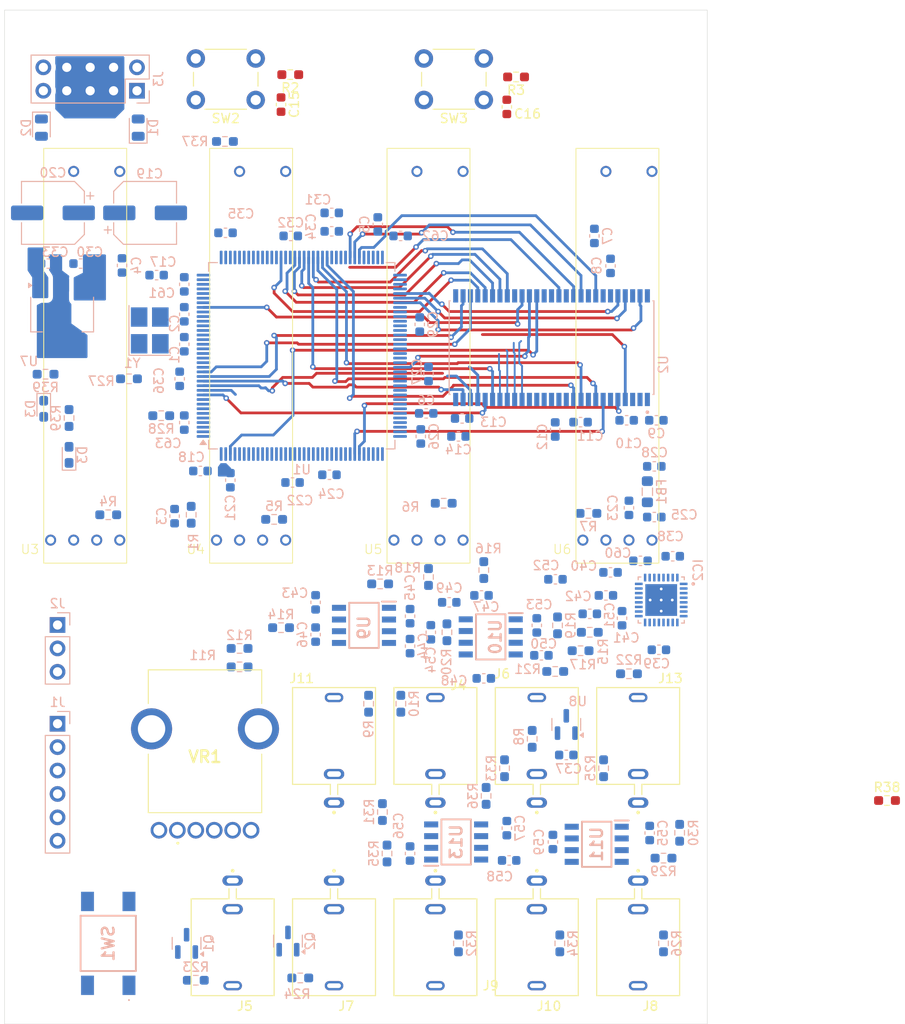
<source format=kicad_pcb>
(kicad_pcb (version 20240108) (generator "pcbnew") (generator_version "8.0")
  (layers (0 "F.Cu" signal) (1 "In1.Cu" power "GND") (2 "In2.Cu" power "PWR") (31 "B.Cu" signal) (34 "B.Paste" user) (35 "F.Paste" user) (36 "B.SilkS" user "B.Silkscreen") (37 "F.SilkS" user "F.Silkscreen") (38 "B.Mask" user) (39 "F.Mask" user) (44 "Edge.Cuts" user))
  (net 0 "")
  (net 1 "GND")
  (net 2 "+12V")
  (net 3 "+3.3V")
  (net 4 "Net-(Q1-B)")
  (net 5 "/GATE1_IN")
  (net 6 "/GATE2_IN")
  (net 7 "Net-(Q2-B)")
  (net 9 "/CV2_IN")
  (net 11 "/FMC_D15")
  (net 12 "/FMC_D13")
  (net 13 "/FMC_D4")
  (net 18 "Net-(C6-Pad2)")
  (net 19 "/I2S1_CK")
  (net 25 "/FADER1_IN")
  (net 26 "/FADER2_IN")
  (net 28 "/FMC_D8")
  (net 30 "/FADER4_IN")
  (net 31 "/I2S1_SDO")
  (net 32 "/I2C1_SCL")
  (net 34 "/FMC_NBL0")
  (net 35 "/FMC_D1")
  (net 36 "/FMC_A7")
  (net 37 "/FMC_SDNE0")
  (net 38 "Net-(U1-PH0)")
  (net 39 "/NRST")
  (net 41 "/FMC_D12")
  (net 42 "/FMC_A4")
  (net 43 "/FMC_D14")
  (net 44 "/FMC_BA1")
  (net 45 "/I2S1_MCK")
  (net 46 "/FADER3_IN")
  (net 47 "/BUTTON1_IN")
  (net 48 "/FAD_LED2_OUT")
  (net 49 "/FMC_A3")
  (net 50 "/UART4_TX")
  (net 52 "/BUTTON2_IN")
  (net 53 "/FMC_SDNRAS")
  (net 54 "/FMC_SDCKE0")
  (net 56 "/FMC_A11")
  (net 60 "/FMC_BA0")
  (net 62 "/FMC_D11")
  (net 63 "/I2S1_SDI")
  (net 65 "/FMC_D6")
  (net 66 "Net-(U1-BOOT0)")
  (net 67 "Net-(C5-Pad2)")
  (net 68 "+3.3VA")
  (net 70 "-12V")
  (net 72 "/FAD_LED3_OUT")
  (net 74 "/FMC_A5")
  (net 75 "/FMC_A9")
  (net 76 "/FMC_A0")
  (net 77 "/CV1_IN")
  (net 78 "/FMC_NBL1")
  (net 79 "/SWDIO")
  (net 80 "/UART4_RX")
  (net 84 "/FMC_D9")
  (net 85 "/FMC_A1")
  (net 88 "/FAD_LED4_OUT")
  (net 92 "/FMC_D2")
  (net 93 "/V_OCT_IN")
  (net 94 "/FMC_SDCLK")
  (net 95 "/I2S1_WS")
  (net 97 "/FMC_SDNCAS")
  (net 100 "/FMC_D0")
  (net 102 "/FMC_SDNWE")
  (net 104 "Net-(IC2-DVDD)")
  (net 105 "/FAD_LED1_OUT")
  (net 106 "/FMC_A10")
  (net 109 "/SWCLK")
  (net 112 "/FMC_D10")
  (net 115 "/I2C1_SDA")
  (net 117 "Net-(U1-PH1)")
  (net 118 "/FMC_A6")
  (net 120 "/FMC_A2")
  (net 121 "/FMC_D7")
  (net 122 "/FMC_D3")
  (net 123 "/FMC_D5")
  (net 124 "/FMC_A8")
  (net 129 "Net-(U3B-A)")
  (net 130 "Net-(IC2-IN2_L)")
  (net 132 "Net-(U4B-A)")
  (net 134 "Net-(U5B-A)")
  (net 136 "Net-(U6B-A)")
  (net 138 "AREF-10")
  (net 139 "Net-(IC2-AVDD)")
  (net 140 "CODECREF")
  (net 141 "Net-(IC2-IN3_L)")
  (net 142 "Net-(C45-Pad1)")
  (net 143 "Net-(U9A--)")
  (net 144 "Net-(C46-Pad1)")
  (net 145 "Net-(U9B--)")
  (net 146 "/Audio Codec/Input Output Channels/INR")
  (net 147 "/Audio Codec/Input Output Channels/INL")
  (net 148 "Net-(C51-Pad1)")
  (net 149 "/Audio Codec/Input Output Channels/OUTL")
  (net 150 "Net-(C52-Pad1)")
  (net 151 "/Audio Codec/Input Output Channels/OUTR")
  (net 152 "Net-(U10A--)")
  (net 153 "Net-(C53-Pad1)")
  (net 154 "Net-(C54-Pad1)")
  (net 155 "Net-(U10B--)")
  (net 156 "Net-(U11A--)")
  (net 157 "Net-(U13A--)")
  (net 158 "Net-(U13B--)")
  (net 159 "Net-(D1-A)")
  (net 160 "Net-(D2-K)")
  (net 166 "/SWO")
  (net 167 "Net-(J5-PadT)")
  (net 168 "Net-(R11-Pad2)")
  (net 169 "Net-(R12-Pad2)")
  (net 170 "Net-(J6-PadT)")
  (net 171 "Net-(J7-PadT)")
  (net 172 "Net-(J9-PadT)")
  (net 173 "Net-(J10-PadT)")
  (net 174 "Net-(J8-PadT)")
  (net 175 "Net-(J11-PadT)")
  (net 176 "Net-(J13-PadT)")
  (net 177 "Net-(U11B--)")
  (net 180 "Net-(J11-PadTN)")
  (net 189 "Net-(D3-A)")
  (net 190 "Net-(D3-K)")
  (net 191 "gnd")
  (footprint "Resistor_SMD:R_0603_1608Metric_Pad0.98x0.95mm_HandSolder" (layer "F.Cu") (at 257.5 121.25)
    (property "Reference" "R38")
    (property "Value" "100k")
  )
  (footprint "Eurorack:PTL30-15R1-103B2" (layer "F.Cu") (at 188.5 93 90)
    (property "Reference" "U4")
    (property "Value" "10k")
  )
  (footprint "Eurorack:PTL30-15R1-103B2" (layer "F.Cu") (at 228.25 93 90)
    (property "Reference" "U6")
    (property "Value" "10k")
  )
  (footprint "Capacitor_SMD:C_0603_1608Metric" (layer "F.Cu") (at 191.75 45.75 -90)
    (property "Reference" "C15")
    (property "Value" "100n")
  )
  (footprint "Eurorack:THONK_PJ398SM-12" (layer "F.Cu") (at 208.5 136.42 180)
    (property "Reference" "J9")
    (property "Value" "V/OCT_IN")
  )
  (footprint "Capacitor_SMD:C_0603_1608Metric" (layer "F.Cu") (at 216.25 46 -90)
    (property "Reference" "C16")
    (property "Value" "100n")
  )
  (footprint "Button_Switch_THT:SW_PUSH_6mm_H13mm" (layer "F.Cu") (at 213.75 45.25 180)
    (property "Reference" "SW3")
    (property "Value" "SW_Push")
  )
  (footprint "Eurorack:PTV1124420AB503" (layer "F.Cu") (at 180.5 124.475)
    (property "Reference" "VR1")
    (property "Value" "PTV112-4420A-B503" (hide yes))
  )
  (footprint "Eurorack:PTL30-15R1-103B2" (layer "F.Cu") (at 170.5 93 90)
    (property "Reference" "U3")
    (property "Value" "10k")
  )
  (footprint "Resistor_SMD:R_0603_1608Metric_Pad0.98x0.95mm_HandSolder" (layer "F.Cu") (at 192.75 42.5 180)
    (property "Reference" "R2")
    (property "Value" "10k")
  )
  (footprint "Eurorack:THONK_PJ398SM-12" (layer "F.Cu") (at 230.5 115)
    (property "Reference" "J13")
    (property "Value" "OutR")
  )
  (footprint "Eurorack:THONK_PJ398SM-12" (layer "F.Cu") (at 230.5 136.42 180)
    (property "Reference" "J8")
    (property "Value" "CV2_IN")
  )
  (footprint "Eurorack:THONK_PJ398SM-12" (layer "F.Cu") (at 208.5 115)
    (property "Reference" "J4")
    (property "Value" "InR")
  )
  (footprint "Resistor_SMD:R_0603_1608Metric_Pad0.98x0.95mm_HandSolder" (layer "F.Cu") (at 217.25 42.75 180)
    (property "Reference" "R3")
    (property "Value" "10k")
  )
  (footprint "Eurorack:THONK_PJ398SM-12" (layer "F.Cu") (at 186.5 136.42 180)
    (property "Reference" "J5")
    (property "Value" "GATE1_IN")
  )
  (footprint "Eurorack:THONK_PJ398SM-12" (layer "F.Cu") (at 197.5 115)
    (property "Reference" "J11")
    (property "Value" "InL")
  )
  (footprint "Eurorack:THONK_PJ398SM-12" (layer "F.Cu") (at 197.5 136.42 180)
    (property "Reference" "J7")
    (property "Value" "GATE2_IN")
  )
  (footprint "Eurorack:PTL30-15R1-103B2" (layer "F.Cu") (at 207.75 93 90)
    (property "Reference" "U5")
    (property "Value" "10k")
  )
  (footprint "Button_Switch_THT:SW_PUSH_6mm_H13mm" (layer "F.Cu") (at 189 45.25 180)
    (property "Reference" "SW2")
    (property "Value" "SW_Push")
  )
  (footprint "Eurorack:THONK_PJ398SM-12" (layer "F.Cu") (at 219.5 136.42 180)
    (property "Reference" "J10")
    (property "Value" "CV1_IN")
  )
  (footprint "Eurorack:THONK_PJ398SM-12" (layer "F.Cu") (at 219.5 115)
    (property "Reference" "J6")
    (property "Value" "OutL")
  )
  (footprint "Capacitor_SMD:C_0603_1608Metric" (layer "B.Cu") (at 216.5 127.75 180)
    (property "Reference" "C58")
    (property "Value" "100n")
  )
  (footprint "Resistor_SMD:R_0603_1608Metric_Pad0.98x0.95mm_HandSolder" (layer "B.Cu") (at 182.5 140.75 180)
    (property "Reference" "R23")
    (property "Value" "100k")
  )
  (footprint "Capacitor_SMD:C_0603_1608Metric" (layer "B.Cu") (at 225.75 60 90)
    (property "Reference" "C7")
    (property "Value" "2.2u")
  )
  (footprint "Capacitor_SMD:C_0603_1608Metric" (layer "B.Cu") (at 207.5 79.25 180)
    (property "Reference" "C6")
    (property "Value" "100n")
  )
  (footprint "Resistor_SMD:R_0603_1608Metric_Pad0.98x0.95mm_HandSolder" (layer "B.Cu") (at 222 136.75 90)
    (property "Reference" "R34")
    (property "Value" "100k")
  )
  (footprint "Connector_PinHeader_2.54mm:PinHeader_1x03_P2.54mm_Vertical" (layer "B.Cu") (at 167.5 102.21 180)
    (property "Reference" "J2")
    (property "Value" "Conn_01x03_Pin")
  )
  (footprint "Resistor_SMD:R_0603_1608Metric_Pad0.98x0.95mm_HandSolder" (layer "B.Cu") (at 185.6625 49.75 180)
    (property "Reference" "R37")
    (property "Value" "100k")
  )
  (footprint "Capacitor_SMD:C_0603_1608Metric" (layer "B.Cu") (at 227.5 63.25 90)
    (property "Reference" "C8")
    (property "Value" "100n")
  )
  (footprint "Resistor_SMD:R_0603_1608Metric_Pad0.98x0.95mm_HandSolder" (layer "B.Cu") (at 166.2 75)
    (property "Reference" "R39")
    (property "Value" "150")
  )
  (footprint "Capacitor_SMD:C_0603_1608Metric" (layer "B.Cu") (at 230.75 95.25 180)
    (property "Reference" "C60")
    (property "Value" "100n")
  )
  (footprint "Resistor_SMD:R_0603_1608Metric_Pad0.98x0.95mm_HandSolder" (layer "B.Cu") (at 233.25 136.75 90)
    (property "Reference" "R26")
    (property "Value" "100k")
  )
  (footprint "Resistor_SMD:R_0603_1608Metric_Pad0.98x0.95mm_HandSolder" (layer "B.Cu") (at 226.75 117.75 -90)
    (property "Reference" "R25")
    (property "Value" "200k")
  )
  (footprint "Capacitor_SMD:C_0603_1608Metric" (layer "B.Cu") (at 181.25 71.75 -90)
    (property "Reference" "C1")
    (property "Value" "22p")
  )
  (footprint "Eurorack:LMV722IDR" (layer "B.Cu") (at 210.75 125.75)
    (property "Reference" "U13")
    (property "Value" "LMV722IDR" (hide yes))
  )
  (footprint "Capacitor_SMD:C_0603_1608Metric" (layer "B.Cu") (at 208 103 -90)
    (property "Reference" "C54")
    (property "Value" "220p")
  )
  (footprint "Resistor_SMD:R_0603_1608Metric_Pad0.98x0.95mm_HandSolder" (layer "B.Cu") (at 233.25 127.5)
    (property "Reference" "R29")
    (property "Value" "33k")
  )
  (footprint "Capacitor_SMD:C_0603_1608Metric" (layer "B.Cu") (at 180.75 75.5 -90)
    (property "Reference" "C36")
    (property "Value" "100n")
  )
  (footprint "Capacitor_SMD:C_0603_1608Metric" (layer "B.Cu") (at 234.25 94.75 180)
    (property "Reference" "C38")
    (property "Value" "10u")
  )
  (footprint "Capacitor_SMD:C_0603_1608Metric" (layer "B.Cu") (at 207.75 74.975 90)
    (property "Reference" "C27")
    (property "Value" "100n")
  )
  (footprint "Capacitor_SMD:C_0603_1608Metric" (layer "B.Cu") (at 232.25 90.5)
    (property "Reference" "C25")
    (property "Value" "1u")
  )
  (footprint "Capacitor_SMD:C_0603_1608Metric" (layer "B.Cu") (at 181.25 80.25 -90)
    (property "Reference" "C63")
    (property "Value" "100n")
  )
  (footprint "Capacitor_SMD:C_0603_1608Metric" (layer "B.Cu") (at 180.2 90.4 90)
    (property "Reference" "C3")
    (property "Value" "100n")
  )
  (footprint "Eurorack:LMV722IDR" (layer "B.Cu") (at 226 126 180)
    (property "Reference" "U11")
    (property "Value" "LMV722IDR" (hide yes))
  )
  (footprint "Resistor_SMD:R_0603_1608Metric_Pad0.98x0.95mm_HandSolder" (layer "B.Cu") (at 173 90.25 180)
    (property "Reference" "R4")
    (property "Value" "75")
  )
  (footprint "Capacitor_SMD:C_0603_1608Metric" (layer "B.Cu") (at 181.25 65.25 -90)
    (property "Reference" "C61")
    (property "Value" "100n")
  )
  (footprint "Capacitor_SMD:C_0603_1608Metric" (layer "B.Cu") (at 170 63 180)
    (property "Reference" "C30")
    (property "Value" "10u")
  )
  (footprint "Resistor_SMD:R_0603_1608Metric_Pad0.98x0.95mm_HandSolder" (layer "B.Cu") (at 209.75 103 90)
    (property "Reference" "R20")
    (property "Value" "47k")
  )
  (footprint "Capacitor_SMD:C_0603_1608Metric" (layer "B.Cu") (at 195.5 99.75 -90)
    (property "Reference" "C43")
    (property "Value" "100n")
  )
  (footprint "Eurorack:IS45S16800F-7TLA2" (layer "B.Cu") (at 221.1 72.12 90)
    (property "Reference" "U2")
    (property "Value" "IS45S16800F-7TLA2")
  )
  (footprint "Resistor_SMD:R_0603_1608Metric_Pad0.98x0.95mm_HandSolder" (layer "B.Cu") (at 187.25 106.75 180)
    (property "Reference" "R11")
    (property "Value" "3.3k")
  )
  (footprint "Capacitor_SMD:C_0603_1608Metric" (layer "B.Cu") (at 229.5 89.5 90)
    (property "Reference" "C23")
    (property "Value" "10n")
  )
  (footprint "Resistor_SMD:R_0603_1608Metric_Pad0.98x0.95mm_HandSolder" (layer "B.Cu") (at 213.75 96.25 -90)
    (property "Reference" "R16")
    (property "Value" "47k")
  )
  (footprint "Capacitor_SMD:C_0603_1608Metric" (layer "B.Cu") (at 213.75 108)
    (property "Reference" "C48")
    (property "Value" "1u")
  )
  (footprint "Diode_SMD:D_0805_2012Metric" (layer "B.Cu") (at 165.75 48.25 -90)
    (property "Reference" "D2")
    (property "Value" "D")
  )
  (footprint "Capacitor_SMD:C_0603_1608Metric" (layer "B.Cu") (at 232.25 85)
    (property "Reference" "C28")
    (property "Value" "1u")
  )
  (footprint "Capacitor_SMD:C_0603_1608Metric" (layer "B.Cu") (at 227 99)
    (property "Reference" "C42")
    (property "Value" "100n")
  )
  (footprint "Diode_SMD:D_0805_2012Metric" (layer "B.Cu") (at 176.25 48.25 90)
    (property "Reference" "D1")
    (property "Value" "D")
  )
  (footprint "Eurorack:NE5532DRG4" (layer "B.Cu") (at 214.5 103.5 180)
    (property "Reference" "U10")
    (property "Value" "NE5532DRG4" (hide yes))
  )
  (footprint "Eurorack:TS046643BK100SMT" (layer "B.Cu") (at 173 136.75 90)
    (property "Reference" "SW1")
    (property "Value" "SW_Push" (hide yes))
  )
  (footprint "Capacitor_SMD:CP_Elec_6.3x5.9" (layer "B.Cu") (at 177 57.5)
    (property "Reference" "C19")
    (property "Value" "47u")
  )
  (footprint "Capacitor_SMD:C_0603_1608Metric" (layer "B.Cu") (at 186.25 86.5 -90)
    (property "Reference" "C21")
    (property "Value" "100n")
  )
  (footprint "Eurorack:TLV320AIC3204IRHBR" (layer "B.Cu") (at 233 99.5 180)
    (property "Reference" "IC2")
    (property "Value" "TLV320AIC3204IRHBR")
  )
  (footprint "Capacitor_SMD:C_0603_1608Metric" (layer "B.Cu") (at 202.25 58.75 -90)
    (property "Reference" "C5")
    (property "Value" "100n")
  )
  (footprint "Resistor_SMD:R_0603_1608Metric_Pad0.98x0.95mm_HandSolder" (layer "B.Cu") (at 221.5 107.25 180)
    (property "Reference" "R21")
    (property "Value" "1k")
  )
  (footprint "Resistor_SMD:R_0603_1608Metric_Pad0.98x0.95mm_HandSolder" (layer "B.Cu") (at 235 124.75 -90)
    (property "Reference" "R30")
    (property "Value" "100k")
  )
  (footprint "Capacitor_SMD:C_0603_1608Metric" (layer "B.Cu") (at 206.9125 81.75 90)
    (property "Reference" "C26")
    (property "Value" "100n")
  )
  (footprint "Capacitor_SMD:C_0603_1608Metric" (layer "B.Cu") (at 178.25 64.25 180)
    (property "Reference" "C17")
    (property "Value" "4.7u")
  )
  (footprint "Capacitor_SMD:C_0603_1608Metric" (layer "B.Cu") (at 181.25 68.5 90)
    (property "Reference" "C2")
    (property "Value" "22p")
  )
  (footprint "Resistor_SMD:R_0603_1608Metric_Pad0.98x0.95mm_HandSolder" (layer "B.Cu") (at 202.75 122.5 -90)
    (property "Reference" "R31")
    (property "Value" "180k")
  )
  (footprint "Capacitor_SMD:C_0603_1608Metric" (layer "B.Cu") (at 225.25 101 180)
    (property "Reference" "C51")
    (property "Value" "10u")
  )
  (footprint "Eurorack:NE5532DRG4" (layer "B.Cu") (at 200.75 102.25 180)
    (property "Reference" "U9")
    (property "Value" "NE5532DRG4" (hide yes))
  )
  (footprint "Resistor_SMD:R_0603_1608Metric_Pad0.98x0.95mm_HandSolder" (layer "B.Cu") (at 221.75 102.25 90)
    (property "Reference" "R19")
    (property "Value" "47k")
  )
  (footprint "Package_TO_SOT_SMD:SOT-23" (layer "B.Cu") (at 222.7 113 90)
    (property "Reference" "U8")
    (property "Value" "LM4040DBZ-10")
  )
  (footprint "Resistor_SMD:R_0603_1608Metric_Pad0.98x0.95mm_HandSolder" (layer "B.Cu") (at 187.25 104.75 180)
    (property "Reference" "R12")
    (property "Value" "3.3k")
  )
  (footprint "Resistor_SMD:R_0603_1608Metric_Pad0.98x0.95mm_HandSolder" (layer "B.Cu") (at 207.75 97 -90)
    (property "Reference" "R18")
    (property "Value" "3.3k")
  )
  (footprint "Capacitor_SMD:C_0603_1608Metric" (layer "B.Cu") (at 221.5 81 -90)
    (property "Reference" "C12")
    (property "Value" "100n")
  )
  (footprint "Resistor_SMD:R_0603_1608Metric_Pad0.98x0.95mm_HandSolder" (layer "B.Cu") (at 225.1 90.1)
    (property "Reference" "R7")
    (property "Value" "75")
  )
  (footprint "Resistor_SMD:R_0603_1608Metric_Pad0.98x0.95mm_HandSolder" (layer "B.Cu") (at 216 117.75 -90)
    (property "Reference" "R33")
    (property "Value" "200k")
  )
  (footprint "Resistor_SMD:R_0603_1608Metric_Pad0.98x0.95mm_HandSolder" (layer "B.Cu") (at 191 90.75 180)
    (property "Reference" "R5")
    (property "Value" "75")
  )
  (footprint "Resistor_SMD:R_0603_1608Metric_Pad0.98x0.95mm_HandSolder" (layer "B.Cu") (at 182 90.25 90)
    (property "Reference" "R1")
    (property "Value" "10k")
  )
  (footprint "Resistor_SMD:R_0603_1608Metric_Pad0.98x0.95mm_HandSolder" (layer "B.Cu") (at 225.25 103)
    (property "Reference" "R15")
    (property "Value" "47k")
  )
  (footprint "Capacitor_SMD:C_0603_1608Metric" (layer "B.Cu") (at 231.75 124.775 90)
    (property "Reference" "C55")
    (property "Value" "1n")
  )
  (footprint "Capacitor_SMD:C_0603_1608Metric" (layer "B.Cu") (at 227.5 96.5)
    (property "Reference" "C40")
    (property "Value" "10u")
  )
  (footprint "Capacitor_SMD:C_0603_1608Metric" (layer "B.Cu") (at 205.75 101.25 -90)
    (property "Reference" "C45")
    (property "Value" "1n")
  )
  (footprint "Capacitor_SMD:C_0603_1608Metric" (layer "B.Cu") (at 232.475 80)
    (property "Reference" "C9")
    (property "Value" "100n")
  )
  (footprint "Capacitor_SMD:C_0603_1608Metric" (layer "B.Cu") (at 220 105.5)
    (property "Reference" "C50")
    (property "Value" "100n")
  )
  (footprint "Resistor_SMD:R_0603_1608Metric_Pad0.98x0.95mm_HandSolder" (layer "B.Cu") (at 175.25 75.5 180)
    (property "Reference" "R27")
    (property "Value" "10k")
  )
  (footprint "Resistor_SMD:R_0603_1608Metric_Pad0.98x0.95mm_HandSolder" (layer "B.Cu") (at 201.25 110.75 90)
    (property "Reference" "R9")
    (property "Value" "22k")
  )
  (footprint "Capacitor_SMD:C_0603_1608Metric" (layer "B.Cu") (at 205.75 104.5 90)
    (property "Reference" "C44")
    (property "Value" "100n")
  )
  (footprint "Capacitor_SMD:C_0603_1608Metric" (layer "B.Cu") (at 221.525 97.25)
    (property "Reference" "C52")
    (property "Value" "10u")
  )
  (footprint "LED_SMD:LED_0603_1608Metric_Pad1.05x0.95mm_HandSolder" (layer "B.Cu") (at 166 78.75 -90)
    (property "Reference" "D3")
    (property "Value" "PWR_LED")
  )
  (footprint "Capacitor_SMD:C_0603_1608Metric" (layer "B.Cu") (at 185.725 59.6625 180)
    (property "Reference" "C35")
    (property "Value" "100n")
  )
  (footprint "Resistor_SMD:R_0603_1608Metric_Pad0.98x0.95mm_HandSolder" (layer "B.Cu") (at 178.75 79.5)
    (property "Reference" "R28")
    (property "Value" "10k")
  )
  (footprint "Resistor_SMD:R_0603_1608Metric_Pad0.98x0.95mm_HandSolder" (layer "B.Cu") (at 224.25 105 180)
    (property "Reference" "R17")
    (property "Value" "3.3k")
  )
  (footprint "Resistor_SMD:R_0603_1608Metric_Pad0.98x0.95mm_HandSolder" (layer "B.Cu") (at 209.4 89)
    (property "Reference" "R6")
    (property "Value" "75")
  )
  (footprint "Capacitor_SMD:C_0603_1608Metric" (layer "B.Cu") (at 197.25 57.5 180)
    (property "Reference" "C31")
    (property "Value" "100n")
  )
  (footprint "Connector_PinHeader_2.54mm:PinHeader_1x06_P2.54mm_Vertical" (layer "B.Cu") (at 167.5 112.92 180)
    (property "Reference" "J1")
    (property "Value" "Conn_01x06_Pin")
  )
  (footprint "Capacitor_SMD:C_0603_1608Metric" (layer "B.Cu") (at 197 85.9125)
    (property "Reference" "C24")
    (property "Value" "100n")
  )
  (footprint "Capacitor_SMD:C_0603_1608Metric" (layer "B.Cu") (at 213.5 99)
    (property "Reference" "C47")
    (property "Value" "1u")
  )
  (footprint "Resistor_SMD:R_0603_1608Metric_Pad0.98x0.95mm_HandSolder" (layer "B.Cu") (at 219 114.5625 -90)
    (property "Reference" "R8")
    (property "Value" "470")
  )
  (footprint "Package_QFP:LQFP-144_20x20mm_P0.5mm" (layer "B.Cu") (at 194 73)
    (property "Reference" "U1")
    (property "Value" "STM32H7B0ZBTx")
  )
  (footprint "Capacitor_SMD:C_0603_1608Metric" (layer "B.Cu") (at 232.75 104.9)
    (property "Reference" "C39")
    (property "Value" "100n")
  )
  (footprint "Capacitor_SMD:C_0603_1608Metric" (layer "B.Cu") (at 211 81.75)
    (property "Reference" "C14")
    (property "Value" "2.2u")
  )
  (footprint "Package_TO_SOT_SMD:SOT-23" (layer "B.Cu") (at 181.5 136.75 90)
    (property "Reference" "Q1")
    (property "Value" "MMBT3904")
  )
  (footprint "Capacitor_SMD:C_0603_1608Metric" (layer "B.Cu") (at 228.75 101.475 90)
    (property "Reference" "C41")
    (property "Value" "10u")
  )
  (footprint "Capacitor_SMD:C_0603_1608Metric" (layer "B.Cu") (at 210 99.75 180)
    (property "Reference" "C49")
    (property "Value" "100n")
  )
  (footprint "Package_TO_SOT_SMD:SOT-223-3_TabPin2" (layer "B.Cu") (at 168 68.5 -90)
    (property "Reference" "U7")
    (property "Value" "LM1117MP-3.3")
  )
  (footprint "Resistor_SMD:R_0603_1608Metric_Pad0.98x0.95mm_HandSolder" (layer "B.Cu") (at 193.8375 140.5 180)
    (property "Reference" "R24")
    (property "Value" "100k")
  )
  (footprint "Capacitor_SMD:C_0603_1608Metric" (layer "B.Cu") (at 206.8 69.6 90)
    (property "Reference" "C29")
    (property "Value" "100n")
  )
  (footprint "Capacitor_SMD:C_0603_1608Metric" (layer "B.Cu") (at 222.7 116.3125)
    (property "Reference" "C37")
    (property "Value" "100n")
  )
  (footprint "Package_TO_SOT_SMD:SOT-23" (layer "B.Cu") (at 192.5 136.5 90)
    (property "Reference" "Q2")
    (property "Value" "MMBT3904")
  )
  (footprint "Capacitor_SMD:C_0603_1608Metric" (layer "B.Cu") (at 216.25 124.25 90)
    (property "Reference" "C57")
    (property "Value" "1n")
  )
  (footprint "Resistor_SMD:R_0603_1608Metric_Pad0.98x0.95mm_HandSolder" (layer "B.Cu") (at 203.25 127 -90)
    (property "Reference" "R35")
    (property "Value" "47k")
  )
  (footprint "Capacitor_SMD:C_0603_1608Metric" (layer "B.Cu") (at 192.8 60 180)
    (property "Reference" "C32")
    (property "Value" "100n")
  )
  (footprint "Crystal:Crystal_SMD_3225-4Pin_3.2x2.5mm_HandSoldering" (layer "B.Cu") (at 177.5 70.25 90)
    (property "Reference" "Y1")
    (property "Value" "WE-XTAL 24.0MHz 50ppm")
  )
  (footprint "Capacitor_SMD:C_0603_1608Metric" (layer "B.Cu") (at 197.25 59.5 180)
    (property "Reference" "C34")
    (property "Value" "100n")
  )
  (footprint "Resistor_SMD:R_0603_1608Metric_Pad0.98x0.95mm_HandSolder" (layer "B.Cu") (at 229.5 107.5)
    (property "Reference" "R22")
    (property "Value" "1k")
  )
  (footprint "Capacitor_SMD:C_0603_1608Metric" (layer "B.Cu") (at 193 86.75)
    (property "Reference" "C22")
    (property "Value" "100n")
  )
  (footprint "Capacitor_SMD:C_0603_1608Metric" (layer "B.Cu") (at 195.5 103.25 -90)
    (property "Reference" "C46")
    (property "Value" "1n")
  )
  (footprint "Capacitor_SMD:C_0603_1608Metric" (layer "B.Cu") (at 219.5 102.25 -90)
    (property "Reference" "C53")
    (property "Value" "220p")
  )
  (footprint "Capacitor_SMD:CP_Elec_6.3x5.9" (layer "B.Cu") (at 167 57.5 180)
    (property "Reference" "C20")
    (property "Value" "47u")
  )
  (footprint "Resistor_SMD:R_0603_1608Metric_Pad0.98x0.95mm_HandSolder" (layer "B.Cu") (at 214 120.75 -90)
    (property "Reference" "R36")
    (property "Value" "33k")
  )
  (footprint "Resistor_SMD:R_0603_1608Metric_Pad0.98x0.95mm_HandSolder" (layer "B.Cu") (at 191.75 102.5 180)
    (property "Reference" "R14")
    (property "Value" "1k")
  )
  (footprint "Capacitor_SMD:C_0603_1608Metric" (layer "B.Cu") (at 204.725 60)
    (property "Reference" "C62")
    (property "Value" "100n")
  )
  (footprint "Capacitor_SMD:C_0603_1608Metric" (layer "B.Cu") (at 211.4 79.8)
    (property "Reference" "C13")
    (property "Value" "100n")
  )
  (footprint "Inductor_SMD:L_0805_2012Metric_Pad1.05x1.20mm_HandSolder" (layer "B.Cu") (at 231.5 87.75 90)
    (property "Reference" "FB1")
    (property "Value" "120R")
  )
  (footprint "LED_SMD:LED_0603_1608Metric_Pad1.05x0.95mm_HandSolder" (layer "B.Cu") (at 168.75 83.75 90)
    (property "Reference" "D3")
    (property "Value" "PWR_LED")
  )
  (footprint "Capacitor_SMD:C_0603_1608Metric" (layer "B.Cu") (at 229.25 80 180)
    (property "Reference" "C10")
    (property "Value" "100n" (hide yes))
  )
  (footprint "Capacitor_SMD:C_0603_1608Metric" (layer "B.Cu") (at 205.75 127 -90)
    (property "Reference" "C56")
    (property "Value" "1n")
  )
  (footprint "Capacitor_SMD:C_0603_1608Metric" (layer "B.Cu") (at 224.25 80.2 180)
    (property "Reference" "C11")
    (property "Value" "100n")
  )
  (footprint "Capacitor_SMD:C_0603_1608Metric" (layer "B.Cu") (at 221.25 125.75 90)
    (property "Reference" "C59")
    (property "Value" "100n")
  )
  (footprint "Capacitor_SMD:C_0603_1608Metric" (layer "B.Cu") (at 174.5 63.2 90)
    (property "Reference" "C4")
    (property "Value" "100n")
  )
  (footprint "Resistor_SMD:R_0603_1608Metric_Pad0.98x0.95mm_HandSolder" (layer "B.Cu") (at 168.75 79.75 -90)
    (property "Reference" "R39")
    (property "Value" "150")
  )
  (footprint "Capacitor_SMD:C_0603_1608Metric" (layer "B.Cu") (at 183 85.5 180)
    (property "Reference" "C18")
    (property "Value" "100n")
  )
  (footprint "Resistor_SMD:R_0603_1608Metric_Pad0.98x0.95mm_HandSolder" (layer "B.Cu") (at 204.75 110.75 90)
    (property "Reference" "R10")
    (property "Value" "22k")
  )
  (footprint "Eurorack:PinHeader_2x05_P2.54mm_BHR-10-VUA" (layer "B.Cu") (at 176.12 44.25 90)
    (property "Reference" "J3")
    (property "Value" "Conn_02x05_Odd_Even")
  )
  (footprint "Capacitor_SMD:C_0603_1608Metric" (layer "B.Cu") (at 166.5 63 180)
    (property "Reference" "C33")
    (property "Value" "10u")
  )
  (footprint "Resistor_SMD:R_0603_1608Metric_Pad0.98x0.95mm_HandSolder" (layer "B.Cu") (at 202.5 97.75 180)
    (property "Reference" "R13")
    (property "Value" "1k")
  )
  (footprint "Resistor_SMD:R_0603_1608Metric_Pad0.98x0.95mm_HandSolder" (layer "B.Cu") (at 211 136.75 90)
    (property "Reference" "R32")
    (property "Value" "100k")
  )
  (gr_poly (pts (xy 185.25 84.75) (xy 185.75 84.75) (xy 186.25 85.25) (xy 186.25 86) (xy 185 86) (xy 185 85.5) (xy 185 85.1)) (stroke (width 0.2)) (fill solid) (layer "B.Cu") (net 3))
  (gr_rect (start 161.75 35.5) (end 238 145.5) (stroke (width 0.05)) (fill none) (layer "Edge.Cuts"))
  (segment (start 208.85 70.2) (end 229.8 70.2) (width 0.3) (layer "F.Cu") (net 11))
  (segment (start 229.8 70.2) (end 230 70) (width 0.3) (layer "F.Cu") (net 11))
  (segment (start 208.8 70.15) (end 208.85 70.2) (width 0.3) (layer "F.Cu") (net 11))
  (via (at 208.8 70.15) (size 0.6) (drill 0.3) (layers "F.Cu" "B.Cu") (net 11))
  (via (at 230 70) (size 0.6) (drill 0.3) (layers "F.Cu" "B.Cu") (net 11))
  (segment (start 206.85 67.25) (end 204.6625 67.25) (width 0.3) (layer "B.Cu") (net 11))
  (segment (start 230.7 67.52) (end 230.7 66.5) (width 0.3) (layer "B.Cu") (net 11))
  (segment (start 230.8 69.2) (end 230.8 67.62) (width 0.3) (layer "B.Cu") (net 11))
  (segment (start 230 70) (end 230.8 69.2) (width 0.3) (layer "B.Cu") (net 11))
  (segment (start 208.8 70.15) (end 208.8 69.2) (width 0.3) (layer "B.Cu") (net 11))
  (segment (start 208.8 69.2) (end 206.85 67.25) (width 0.3) (layer "B.Cu") (net 11))
  (segment (start 230.8 67.62) (end 230.7 67.52) (width 0.3) (layer "B.Cu") (net 11))
  (segment (start 227.2 68.2) (end 210 68.2) (width 0.3) (layer "F.Cu") (net 12))
  (segment (start 210 68.2) (end 209.2 67.4) (width 0.3) (layer "F.Cu") (net 12))
  (via (at 209.2 67.4) (size 0.6) (drill 0.3) (layers "F.Cu" "B.Cu") (net 12))
  (via (at 227.2 68.2) (size 0.6) (drill 0.3) (layers "F.Cu" "B.Cu") (net 12))
  (segment (start 228.3 67.52) (end 228.3 66.5) (width 0.3) (layer "B.Cu") (net 12))
  (segment (start 227.2 68.2) (end 227.62 68.2) (width 0.3) (layer "B.Cu") (net 12))
  (segment (start 207.75 66.25) (end 204.6625 66.25) (width 0.3) (layer "B.Cu") (net 12))
  (segment (start 209 67.4) (end 207.8 66.2) (width 0.3) (layer "B.Cu") (net 12))
  (segment (start 209.2 67.4) (end 209 67.4) (width 0.3) (layer "B.Cu") (net 12))
  (segment (start 227.62 68.2) (end 228.3 67.52) (width 0.3) (layer "B.Cu") (net 12))
  (segment (start 207.8 66.2) (end 207.75 66.25) (width 0.3) (layer "B.Cu") (net 12))
  (segment (start 197.65 75.8) (end 198.773655 75.8) (width 0.3) (layer "F.Cu") (net 13))
  (segment (start 198.773655 75.8) (end 199.073655 75.5) (width 0.3) (layer "F.Cu") (net 13))
  (segment (start 199.073655 75.5) (end 209.380761 75.5) (width 0.3) (layer "F.Cu") (net 13))
  (segment (start 209.530761 75.35) (end 224.95 75.35) (width 0.3) (layer "F.Cu") (net 13))
  (segment (start 209.380761 75.5) (end 209.530761 75.35) (width 0.3) (layer "F.Cu") (net 13))
  (segment (start 224.95 75.35) (end 225.6 76) (width 0.3) (layer "F.Cu") (net 13))
  (segment (start 197.6 75.75) (end 197.65 75.8) (width 0.3) (layer "F.Cu") (net 13))
  (via (at 225.6 76) (size 0.6) (drill 0.3) (layers "F.Cu" "B.Cu") (net 13))
  (via (at 197.6 75.75) (size 0.6) (drill 0.3) (layers "F.Cu" "B.Cu") (net 13))
  (segment (start 197.8 65.8) (end 195.75 63.75) (width 0.3) (layer "B.Cu") (net 13))
  (segment (start 195.75 63.75) (end 195.75 62.3375) (width 0.3) (layer "B.Cu") (net 13))
  (segment (start 197.8 75.55) (end 197.8 65.8) (width 0.3) (layer "B.Cu") (net 13))
  (segment (start 225.6 76) (end 225.9 76.3) (width 0.3) (layer "B.Cu") (net 13))
  (segment (start 197.6 75.75) (end 197.8 75.55) (width 0.3) (layer "B.Cu") (net 13))
  (segment (start 225.9 76.3) (end 225.9 77.74) (width 0.3) (layer "B.Cu") (net 13))
  (segment (start 206.4 61.2) (end 204.2 63.4) (width 0.3) (layer "F.Cu") (net 28))
  (segment (start 204.2 63.4) (end 199.2 63.4) (width 0.3) (layer "F.Cu") (net 28))
  (via (at 206.4 61.2) (size 0.6) (drill 0.3) (layers "F.Cu" "B.Cu") (net 28))
  (segment (start 207.2 60.4) (end 206.4 61.2) (width 0.3) (layer "B.Cu") (net 28))
  (segment (start 221.9 65.605) (end 216.695 60.4) (width 0.3) (layer "B.Cu") (net 28))
  (segment (start 216.695 60.4) (end 211.8 60.4) (width 0.3) (layer "B.Cu") (net 28))
  (segment (start 211.8 60.4) (end 207.2 60.4) (width 0.3) (layer "B.Cu") (net 28))
  (segment (start 221.9 65.605) (end 221.9 66.5) (width 0.3) (layer "B.Cu") (net 28))
  (segment (start 229 72) (end 227.7 70.7) (width 0.3) (layer "F.Cu") (net 35))
  (segment (start 227.7 70.7) (end 213.6 70.7) (width 0.3) (layer "F.Cu") (net 35))
  (via (at 229 72) (size 0.6) (drill 0.3) (layers "F.Cu" "B.Cu") (net 35))
  (segment (start 229.1 72.1) (end 229 72) (width 0.3) (layer "B.Cu") (net 35))
  (segment (start 229.1 77.74) (end 229.1 72.1) (width 0.3) (layer "B.Cu") (net 35))
  (segment (start 193.4 67.2) (end 206.2 67.2) (width 0.3) (layer "F.Cu") (net 36))
  (segment (start 206.2 67.2) (end 209.4 64) (width 0.3) (layer "F.Cu") (net 36))
  (segment (start 192.2 66) (end 193.4 67.2) (width 0.3) (layer "F.Cu") (net 36))
  (via (at 209.4 64) (size 0.6) (drill 0.3) (layers "F.Cu" "B.Cu") (net 36))
  (via (at 192.2 66) (size 0.6) (drill 0.3) (layers "F.Cu" "B.Cu") (net 36))
  (segment (start 193.25 63.17812) (end 193.25 62.3375) (width 0.3) (layer "B.Cu") (net 36))
  (segment (start 192.4 64.02812) (end 193.25 63.17812) (width 0.3) (layer "B.Cu") (net 36))
  (segment (start 209.4 64) (end 212.295 64) (width 0.3) (layer "B.Cu") (net 36))
  (segment (start 212.295 64) (end 213.9 65.605) (width 0.3) (layer "B.Cu") (net 36))
  (segment (start 192.2 66) (end 192.4 65.8) (width 0.3) (layer "B.Cu") (net 36))
  (segment (start 213.9 65.605) (end 213.9 66.5) (width 0.3) (layer "B.Cu") (net 36))
  (segment (start 192.4 65.8) (end 192.4 64.02812) (width 0.3) (layer "B.Cu") (net 36))
  (segment (start 217.1 72.734314) (end 217 72.634314) (width 0.2) (layer "B.Cu") (net 37))
  (segment (start 217 72.634314) (end 217 71.6) (width 0.2) (layer "B.Cu") (net 37))
  (segment (start 217.1 77.74) (end 217.1 72.734314) (width 0.2) (layer "B.Cu") (net 37))
  (segment (start 191 70.8) (end 210 70.8) (width 0.3) (layer "F.Cu") (net 42))
  (segment (start 210 70.8) (end 210.2 71) (width 0.3) (layer "F.Cu") (net 42))
  (via (at 210.2 71) (size 0.6) (drill 0.3) (layers "F.Cu" "B.Cu") (net 42))
  (via (at 191 70.8) (size 0.6) (drill 0.3) (layers "F.Cu" "B.Cu") (net 42))
  (segment (start 190.469239 75.25) (end 183.3375 75.25) (width 0.3) (layer "B.Cu") (net 42))
  (segment (start 210.2 71) (end 211.325 69.875) (width 0.3) (layer "B.Cu") (net 42))
  (segment (start 191 70.8) (end 191.25 71.05) (width 0.3) (layer "B.Cu") (net 42))
  (segment (start 191.25 71.05) (end 191.25 74.469239) (width 0.3) (layer "B.Cu") (net 42))
  (segment (start 191.25 74.469239) (end 190.469239 75.25) (width 0.3) (layer "B.Cu") (net 42))
  (segment (start 211.325 67.57) (end 211.5 67.395) (width 0.3) (layer "B.Cu") (net 42))
  (segment (start 211.5 67.395) (end 211.5 66.5) (width 0.3) (layer "B.Cu") (net 42))
  (segment (start 211.325 69.875) (end 211.325 67.57) (width 0.3) (layer "B.Cu") (net 42))
  (segment (start 228.15 68.9) (end 209.5 68.9) (width 0.3) (layer "F.Cu") (net 43))
  (segment (start 228.2 68.95) (end 228.15 68.9) (width 0.3) (layer "F.Cu") (net 43))
  (segment (start 209.5 68.9) (end 208.8 68.2) (width 0.3) (layer "F.Cu") (net 43))
  (via (at 208.8 68.2) (size 0.6) (drill 0.3) (layers "F.Cu" "B.Cu") (net 43))
  (via (at 228.2 68.95) (size 0.6) (drill 0.3) (layers "F.Cu" "B.Cu") (net 43))
  (segment (start 228.2 68.95) (end 229.1 68.05) (width 0.3) (layer "B.Cu") (net 43))
  (segment (start 229.1 68.05) (end 229.1 66.5) (width 0.3) (layer "B.Cu") (net 43))
  (segment (start 208.8 68.2) (end 207.35 66.75) (width 0.3) (layer "B.Cu") (net 43))
  (segment (start 207.35 66.75) (end 204.6625 66.75) (width 0.3) (layer "B.Cu") (net 43))
  (segment (start 215.5 74.651471) (end 215.4 74.551471) (width 0.2) (layer "B.Cu") (net 44))
  (segment (start 215.5 77.74) (end 215.5 74.651471) (width 0.2) (layer "B.Cu") (net 44))
  (segment (start 215.4 74.551471) (end 215.4 72.8) (width 0.2) (layer "B.Cu") (net 44))
  (segment (start 209.125 76.675) (end 208.85 76.4) (width 0.3) (layer "F.Cu") (net 49))
  (segment (start 198.880761 76.4) (end 195.2 76.4) (width 0.3) (layer "F.Cu") (net 49))
  (segment (start 208.85 76.4) (end 199.919239 76.4) (width 0.3) (layer "F.Cu") (net 49))
  (segment (start 194.8 76) (end 192.2 76) (width 0.3) (layer "F.Cu") (net 49))
  (segment (start 195.2 76.4) (end 194.8 76) (width 0.3) (layer "F.Cu") (net 49))
  (segment (start 199.130761 76.15) (end 198.880761 76.4) (width 0.3) (layer "F.Cu") (net 49))
  (segment (start 199.669239 76.15) (end 199.130761 76.15) (width 0.3) (layer "F.Cu") (net 49))
  (segment (start 199.919239 76.4) (end 199.669239 76.15) (width 0.3) (layer "F.Cu") (net 49))
  (via (at 209.125 76.675) (size 0.6) (drill 0.3) (layers "F.Cu" "B.Cu") (net 49))
  (via (at 192.2 76) (size 0.6) (drill 0.3) (layers "F.Cu" "B.Cu") (net 49))
  (segment (start 211.5 76.72) (end 211.5 77.74) (width 0.3) (layer "B.Cu") (net 49))
  (segment (start 210.07 76.675) (end 210.075 76.67) (width 0.3) (layer "B.Cu") (net 49))
  (segment (start 210.075 76.67) (end 211.45 76.67) (width 0.3) (layer "B.Cu") (net 49))
  (segment (start 211.45 76.67) (end 211.5 76.72) (width 0.3) (layer "B.Cu") (net 49))
  (segment (start 192.2 76) (end 191.95 75.75) (width 0.3) (layer "B.Cu") (net 49))
  (segment (start 191.95 75.75) (end 183.3375 75.75) (width 0.3) (layer "B.Cu") (net 49))
  (segment (start 209.125 76.675) (end 210.07 76.675) (width 0.3) (layer "B.Cu") (net 49))
  (segment (start 217.6 73.8) (end 217.6 71.6) (width 0.2) (layer "B.Cu") (net 53))
  (segment (start 217.9 74.1) (end 217.6 73.8) (width 0.2) (layer "B.Cu") (net 53))
  (segment (start 217.6 71.6) (end 217.8 71.4) (width 0.2) (layer "B.Cu") (net 53))
  (segment (start 217.9 77.74) (end 217.9 74.1) (width 0.2) (layer "B.Cu") (net 53))
  (segment (start 191.25 68.8) (end 190.2 67.75) (width 0.3) (layer "F.Cu") (net 54))
  (segment (start 207.880761 69.4) (end 217.27 69.4) (width 0.3) (layer "F.Cu") (net 54))
  (segment (start 207.280761 68.8) (end 191.25 68.8) (width 0.3) (layer "F.Cu") (net 54))
  (segment (start 217.27 69.4) (end 217.42 69.55) (width 0.3) (layer "F.Cu") (net 54))
  (segment (start 207.280761 68.8) (end 207.880761 69.4) (width 0.3) (layer "F.Cu") (net 54))
  (via (at 217.42 69.55) (size 0.6) (drill 0.3) (layers "F.Cu" "B.Cu") (net 54))
  (via (at 190.2 67.75) (size 0.6) (drill 0.3) (layers "F.Cu" "B.Cu") (net 54))
  (segment (start 190.2 67.75) (end 183.3375 67.75) (width 0.3) (layer "B.Cu") (net 54))
  (segment (start 217.9 67.52) (end 217.9 66.5) (width 0.3) (layer "B.Cu") (net 54))
  (segment (start 217.42 68) (end 217.9 67.52) (width 0.3) (layer "B.Cu") (net 54))
  (segment (start 217.42 69.55) (end 217.42 68) (width 0.3) (layer "B.Cu") (net 54))
  (segment (start 203.6 65) (end 207 61.6) (width 0.3) (layer "F.Cu") (net 56))
  (segment (start 207 61.6) (end 207.4 61.6) (width 0.3) (layer "F.Cu") (net 56))
  (segment (start 195.8 65) (end 203.6 65) (width 0.3) (layer "F.Cu") (net 56))
  (segment (start 195.55 64.75) (end 195.8 65) (width 0.3) (layer "F.Cu") (net 56))
  (via (at 207.4 61.6) (size 0.6) (drill 0.3) (layers "F.Cu" "B.Cu") (net 56))
  (via (at 195.55 64.75) (size 0.6) (drill 0.3) (layers "F.Cu" "B.Cu") (net 56))
  (segment (start 195.25 64.45) (end 195.25 62.3375) (width 0.3) (layer "B.Cu") (net 56))
  (segment (start 207.6 61.4) (end 207.4 61.6) (width 0.3) (layer "B.Cu") (net 56))
  (segment (start 211.4 61.4) (end 207.6 61.4) (width 0.3) (layer "B.Cu") (net 56))
  (segment (start 216.3 64.1) (end 213.6 61.4) (width 0.3) (layer "B.Cu") (net 56))
  (segment (start 213.6 61.4) (end 211.4 61.4) (width 0.3) (layer "B.Cu") (net 56))
  (segment (start 216.3 66.5) (end 216.3 64.1) (width 0.3) (layer "B.Cu") (net 56))
  (segment (start 195.55 64.75) (end 195.25 64.45) (width 0.3) (layer "B.Cu") (net 56))
  (segment (start 216.3 72.5) (end 216.2 72.4) (width 0.2) (layer "B.Cu") (net 60))
  (segment (start 216.3 77.74) (end 216.3 72.5) (width 0.2) (layer "B.Cu") (net 60))
  (segment (start 201.819408 61.25) (end 200.49688 61.25) (width 0.3) (layer "B.Cu") (net 62))
  (segment (start 225.9 64.3) (end 219.4 57.8) (width 0.3) (layer "B.Cu") (net 62))
  (segment (start 204.855592 57.8) (end 203.15 59.505592) (width 0.3) (layer "B.Cu") (net 62))
  (segment (start 225.9 66.5) (end 225.9 64.3) (width 0.3) (layer "B.Cu") (net 62))
  (segment (start 219.4 57.8) (end 204.855592 57.8) (width 0.3) (layer "B.Cu") (net 62))
  (segment (start 203.15 59.919408) (end 201.819408 61.25) (width 0.3) (layer "B.Cu") (net 62))
  (segment (start 203.15 59.505592) (end 203.15 59.919408) (width 0.3) (layer "B.Cu") (net 62))
  (segment (start 200.25 61.49688) (end 200.25 62.3375) (width 0.3) (layer "B.Cu") (net 62))
  (segment (start 200.49688 61.25) (end 200.25 61.49688) (width 0.3) (layer "B.Cu") (net 62))
  (segment (start 210.45 76.269239) (end 210.45 76.2) (width 0.3) (layer "F.Cu") (net 65))
  (segment (start 210.45 76.2) (end 223.2 76.2) (width 0.3) (layer "F.Cu") (net 65))
  (segment (start 199.4 77.4) (end 209.319239 77.4) (width 0.3) (layer "F.Cu") (net 65))
  (segment (start 199.2 77.6) (end 199.4 77.4) (width 0.3) (layer "F.Cu") (net 65))
  (segment (start 209.319239 77.4) (end 210.45 76.269239) (width 0.3) (layer "F.Cu") (net 65))
  (via (at 199.2 77.6) (size 0.6) (drill 0.3) (layers "F.Cu" "B.Cu") (net 65))
  (via (at 223.2 76.2) (size 0.6) (drill 0.3) (layers "F.Cu" "B.Cu") (net 65))
  (segment (start 196.75 63.17812) (end 196.75 62.3375) (width 0.3) (layer "B.Cu") (net 65))
  (segment (start 199.6 77.2) (end 199.6 66.02812) (width 0.3) (layer "B.Cu") (net 65))
  (segment (start 223.5 76.5) (end 223.5 77.74) (width 0.3) (layer "B.Cu") (net 65))
  (segment (start 199.2 77.6) (end 199.6 77.2) (width 0.3) (layer "B.Cu") (net 65))
  (segment (start 199.6 66.02812) (end 196.75 63.17812) (width 0.3) (layer "B.Cu") (net 65))
  (segment (start 223.2 76.2) (end 223.5 76.5) (width 0.3) (layer "B.Cu") (net 65))
  (segment (start 193.65 71.75) (end 210.6 71.75) (width 0.3) (layer "F.Cu") (net 74))
  (segment (start 190.2 71.6) (end 193.5 71.6) (width 0.3) (layer "F.Cu") (net 74))
  (segment (start 193.5 71.6) (end 193.65 71.75) (width 0.3) (layer "F.Cu") (net 74))
  (via (at 210.6 71.75) (size 0.6) (drill 0.3) (layers "F.Cu" "B.Cu") (net 74))
  (via (at 190.2 71.6) (size 0.6) (drill 0.3) (layers "F.Cu" "B.Cu") (net 74))
  (segment (start 190.2 71.6) (end 190.2 73.6) (width 0.3) (layer "B.Cu") (net 74))
  (segment (start 212.3 70.05) (end 212.3 66.5) (width 0.3) (layer "B.Cu") (net 74))
  (segment (start 190.2 73.6) (end 189.6 74.2) (width 0.3) (layer "B.Cu") (net 74))
  (segment (start 189.6 74.2) (end 184.72812 74.2) (width 0.3) (layer "B.Cu") (net 74))
  (segment (start 184.17812 74.75) (end 183.3375 74.75) (width 0.3) (layer "B.Cu") (net 74))
  (segment (start 210.6 71.75) (end 212.3 70.05) (width 0.3) (layer "B.Cu") (net 74))
  (segment (start 184.72812 74.2) (end 184.17812 74.75) (width 0.3) (layer "B.Cu") (net 74))
  (segment (start 194 65.4) (end 194.2 65.6) (width 0.3) (layer "F.Cu") (net 75))
  (segment (start 204.6 65.6) (end 208 62.2) (width 0.3) (layer "F.Cu") (net 75))
  (segment (start 194.2 65.6) (end 204.6 65.6) (width 0.3) (layer "F.Cu") (net 75))
  (via (at 208 62.2) (size 0.6) (drill 0.3) (layers "F.Cu" "B.Cu") (net 75))
  (via (at 194 65.4) (size 0.6) (drill 0.3) (layers "F.Cu" "B.Cu") (net 75))
  (segment (start 194 65.4) (end 194 63.842334) (width 0.3) (layer "B.Cu") (net 75))
  (segment (start 215.5 64.7) (end 215.5 66.5) (width 0.3) (layer "B.Cu") (net 75))
  (segment (start 194.25 63.592334) (end 194.25 62.3375) (width 0.3) (layer "B.Cu") (net 75))
  (segment (start 208.2 62) (end 212.8 62) (width 0.3) (layer "B.Cu") (net 75))
  (segment (start 208 62.2) (end 208.2 62) (width 0.3) (layer "B.Cu") (net 75))
  (segment (start 212.8 62) (end 215.5 64.7) (width 0.3) (layer "B.Cu") (net 75))
  (segment (start 194 63.842334) (end 194.25 63.592334) (width 0.3) (layer "B.Cu") (net 75))
  (segment (start 213.6 79.2) (end 187.4 79.2) (width 0.3) (layer "F.Cu") (net 76))
  (segment (start 187.4 79.2) (end 185.8 77.6) (width 0.3) (layer "F.Cu") (net 76))
  (via (at 213.6 79.2) (size 0.6) (drill 0.3) (layers "F.Cu" "B.Cu") (net 76))
  (via (at 185.8 77.6) (size 0.6) (drill 0.3) (layers "F.Cu" "B.Cu") (net 76))
  (segment (start 213.9 78.9) (end 213.6 79.2) (width 0.3) (layer "B.Cu") (net 76))
  (segment (start 213.9 77.74) (end 213.9 78.9) (width 0.3) (layer "B.Cu") (net 76))
  (segment (start 185.45 77.25) (end 183.3375 77.25) (width 0.3) (layer "B.Cu") (net 76))
  (segment (start 185.8 77.6) (end 185.45 77.25) (width 0.3) (layer "B.Cu") (net 76))
  (segment (start 218.6 72.4) (end 219.1 72.9) (width 0.3) (layer "F.Cu") (net 78))
  (segment (start 193 72.4) (end 218.6 72.4) (width 0.3) (layer "F.Cu") (net 78))
  (via (at 193 72.4) (size 0.6) (drill 0.3) (layers "F.Cu" "B.Cu") (net 78))
  (via (at 219.1 72.9) (size 0.6) (drill 0.3) (layers "F.Cu" "B.Cu") (net 78))
  (segment (start 193 72.4) (end 193.05 72.45) (width 0.3) (layer "B.Cu") (net 78))
  (segment (start 219.5 72.5) (end 219.5 66.5) (width 0.3) (layer "B.Cu") (net 78))
  (segment (start 187.47188 81.6) (end 186.25 82.82188) (width 0.3) (layer "B.Cu") (net 78))
  (segment (start 193.05 79.469239) (end 190.919239 81.6) (width 0.3) (layer "B.Cu") (net 78))
  (segment (start 219.1 72.9) (end 219.5 72.5) (width 0.3) (layer "B.Cu") (net 78))
  (segment (start 186.25 82.82188) (end 186.25 83.6625) (width 0.3) (layer "B.Cu") (net 78))
  (segment (start 193.05 72.45) (end 193.05 79.469239) (width 0.3) (layer "B.Cu") (net 78))
  (segment (start 190.919239 81.6) (end 187.47188 81.6) (width 0.3) (layer "B.Cu") (net 78))
  (segment (start 209.8 59) (end 210.4 59.6) (width 0.3) (layer "F.Cu") (net 84))
  (segment (start 200 59) (end 209.8 59) (width 0.3) (layer "F.Cu") (net 84))
  (segment (start 199.25 59.8) (end 199.25 59.75) (width 0.3) (layer "F.Cu") (net 84))
  (segment (start 199.25 59.75) (end 200 59) (width 0.3) (layer "F.Cu") (net 84))
  (via (at 210.4 59.6) (size 0.6) (drill 0.3) (layers "F.Cu" "B.Cu") (net 84))
  (via (at 199.25 59.8) (size 0.6) (drill 0.3) (layers "F.Cu" "B.Cu") (net 84))
  (segment (start 210.4 59.6) (end 217.62 59.6) (width 0.3) (layer "B.Cu") (net 84))
  (segment (start 223.5 65.48) (end 223.5 66.5) (width 0.3) (layer "B.Cu") (net 84))
  (segment (start 199.25 59.8) (end 199.25 62.3375) (width 0.3) (layer "B.Cu") (net 84))
  (segment (start 217.62 59.6) (end 223.5 65.48) (width 0.3) (layer "B.Cu") (net 84))
  (segment (start 183.3375 76.75) (end 186.35 76.75) (width 0.3) (layer "B.Cu") (net 85))
  (segment (start 213.1 75.1) (end 212.2 74.2) (width 0.3) (layer "B.Cu") (net 85))
  (segment (start 186.35 76.75) (end 186.8 77.2) (width 0.3) (layer "B.Cu") (net 85))
  (segment (start 213.1 77.74) (end 213.1 75.1) (width 0.3) (layer "B.Cu") (net 85))
  (segment (start 201 78.2) (end 200.8 78.4) (width 0.3) (layer "F.Cu") (net 92))
  (segment (start 213.519239 78.2) (end 201 78.2) (width 0.3) (layer "F.Cu") (net 92))
  (segment (start 228 78.6) (end 213.919239 78.6) (width 0.3) (layer "F.Cu") (net 92))
  (segment (start 228.4 79) (end 228 78.6) (width 0.3) (layer "F.Cu") (net 92))
  (segment (start 213.919239 78.6) (end 213.519239 78.2) (width 0.3) (layer "F.Cu") (net 92))
  (via (at 228.4 79) (size 0.6) (drill 0.3) (layers "F.Cu" "B.Cu") (net 92))
  (via (at 200.8 78.4) (size 0.6) (drill 0.3) (layers "F.Cu" "B.Cu") (net 92))
  (segment (start 200.8 82.27188) (end 200.25 82.82188) (width 0.3) (layer "B.Cu") (net 92))
  (segment (start 200.8 78.4) (end 200.8 82.27188) (width 0.3) (layer "B.Cu") (net 92))
  (segment (start 228.3 78.9) (end 228.4 79) (width 0.3) (layer "B.Cu") (net 92))
  (segment (start 200.25 82.82188) (end 200.25 83.6625) (width 0.3) (layer "B.Cu") (net 92))
  (segment (start 228.3 77.74) (end 228.3 78.9) (width 0.3) (layer "B.Cu") (net 92))
  (segment (start 218.2 73.05) (end 206.75 73.05) (width 0.3) (layer "F.Cu") (net 94))
  (segment (start 206.75 73.05) (end 206.6 73.2) (width 0.3) (layer "F.Cu") (net 94))
  (via (at 218.2 73.05) (size 0.6) (drill 0.3) (layers "F.Cu" "B.Cu") (net 94))
  (via (at 206.6 73.2) (size 0.6) (drill 0.3) (layers "F.Cu" "B.Cu") (net 94))
  (segment (start 206.6 73.4) (end 205.75 74.25) (width 0.3) (layer "B.Cu") (net 94))
  (segment (start 218.7 66.5) (end 218.7 70.9) (width 0.3) (layer "B.Cu") (net 94))
  (segment (start 218.6 71) (end 218.6 72.480761) (width 0.3) (layer "B.Cu") (net 94))
  (segment (start 205.75 74.25) (end 204.6625 74.25) (width 0.3) (layer "B.Cu") (net 94))
  (segment (start 218.7 70.9) (end 218.6 71) (width 0.3) (layer "B.Cu") (net 94))
  (segment (start 218.2 72.880761) (end 218.2 73.05) (width 0.3) (layer "B.Cu") (net 94))
  (segment (start 218.6 72.480761) (end 218.2 72.880761) (width 0.3) (layer "B.Cu") (net 94))
  (segment (start 195.4 74.4) (end 214.4 74.4) (width 0.3) (layer "F.Cu") (net 106))
  (segment (start 195.2 74.2) (end 195.4 74.4) (width 0.3) (layer "F.Cu") (net 106))
  (via (at 195.2 74.2) (size 0.6) (drill 0.3) (layers "F.Cu" "B.Cu") (net 106))
  (via (at 214.4 74.4) (size 0.6) (drill 0.3) (layers "F.Cu" "B.Cu") (net 106))
  (segment (start 214.4 74.4) (end 214.7 74.7) (width 0.3) (layer "B.Cu") (net 106))
  (segment (start 194.75 65.15) (end 194.75 62.3375) (width 0.3) (layer "B.Cu") (net 106))
  (segment (start 214.7 74.7) (end 214.7 77.74) (width 0.3) (layer "B.Cu") (net 106))
  (segment (start 195.2 65.6) (end 194.75 65.15) (width 0.3) (layer "B.Cu") (net 106))
  (segment (start 195.2 74.2) (end 195.2 65.6) (width 0.3) (layer "B.Cu") (net 106))
  (segment (start 206.85 59.8) (end 200.6 59.8) (width 0.3) (layer "F.Cu") (net 112))
  (segment (start 207 59.65) (end 206.85 59.8) (width 0.3) (layer "F.Cu") (net 112))
  (via (at 207 59.65) (size 0.6) (drill 0.3) (layers "F.Cu" "B.Cu") (net 112))
  (via (at 200.6 59.8) (size 0.6) (drill 0.3) (layers "F.Cu" "B.Cu") (net 112))
  (segment (start 199.75 60.65) (end 199.75 62.3375) (width 0.3) (layer "B.Cu") (net 112))
  (segment (start 224.3 64.3) (end 218.8 58.8) (width 0.3) (layer "B.Cu") (net 112))
  (segment (start 200.6 59.8) (end 199.75 60.65) (width 0.3) (layer "B.Cu") (net 112))
  (segment (start 211.8 58.8) (end 207.85 58.8) (width 0.3) (layer "B.Cu") (net 112))
  (segment (start 207.85 58.8) (end 207 59.65) (width 0.3) (layer "B.Cu") (net 112))
  (segment (start 224.3 66.5) (end 224.3 64.3) (width 0.3) (layer "B.Cu") (net 112))
  (segment (start 218.8 58.8) (end 211.8 58.8) (width 0.3) (layer "B.Cu") (net 112))
  (segment (start 206.8 68.2) (end 210.2 64.8) (width 0.3) (layer "F.Cu") (net 118))
  (segment (start 193 68.2) (end 206.8 68.2) (width 0.3) (layer "F.Cu") (net 118))
  (segment (start 191 65.6) (end 191 66.2) (width 0.3) (layer "F.Cu") (net 118))
  (segment (start 191 66.2) (end 193 68.2) (width 0.3) (layer "F.Cu") (net 118))
  (via (at 210.2 64.8) (size 0.6) (drill 0.3) (layers "F.Cu" "B.Cu") (net 118))
  (via (at 191 65.6) (size 0.6) (drill 0.3) (layers "F.Cu" "B.Cu") (net 118))
  (segment (start 213.1 66.5) (end 213.1 65.605) (width 0.3) (layer "B.Cu") (net 118))
  (segment (start 213.1 65.605) (end 212.295 64.8) (width 0.3) (layer "B.Cu") (net 118))
  (segment (start 191.75 64.85) (end 191.75 62.3375) (width 0.3) (layer "B.Cu") (net 118))
  (segment (start 191 65.6) (end 191.75 64.85) (width 0.3) (layer "B.Cu") (net 118))
  (segment (start 212.295 64.8) (end 210.2 64.8) (width 0.3) (layer "B.Cu") (net 118))
  (segment (start 190.8 76.8) (end 190.8 76.480761) (width 0.3) (layer "F.Cu") (net 120))
  (segment (start 195.6 74.9) (end 209.273654 74.9) (width 0.3) (layer "F.Cu") (net 120))
  (segment (start 191.930761 75.35) (end 195.15 75.35) (width 0.3) (layer "F.Cu") (net 120))
  (segment (start 195.15 75.35) (end 195.6 74.9) (width 0.3) (layer "F.Cu") (net 120))
  (segment (start 190.8 76.480761) (end 191.930761 75.35) (width 0.3) (layer "F.Cu") (net 120))
  (via (at 190.8 76.8) (size 0.6) (drill 0.3) (layers "F.Cu" "B.Cu") (net 120))
  (segment (start 189.342894 76.25) (end 189.592894 76.5) (width 0.3) (layer "B.Cu") (net 120))
  (segment (start 210.78 75.2) (end 209.8 75.2) (width 0.3) (layer "B.Cu") (net 120))
  (segment (start 212.3 77.74) (end 212.3 76.72) (width 0.3) (layer "B.Cu") (net 120))
  (segment (start 189.592894 76.5) (end 190.007106 76.5) (width 0.3) (layer "B.Cu") (net 120))
  (segment (start 183.3375 76.25) (end 189.342894 76.25) (width 0.3) (layer "B.Cu") (net 120))
  (segment (start 212.3 76.72) (end 210.78 75.2) (width 0.3) (layer "B.Cu") (net 120))
  (segment (start 190.007106 76.5) (end 190.053553 76.453553) (width 0.3) (layer "B.Cu") (net 120))
  (segment (start 190.053553 76.453553) (end 190.4 76.8) (width 0.3) (layer "B.Cu") (net 120))
  (segment (start 190.4 76.8) (end 190.8 76.8) (width 0.3) (layer "B.Cu") (net 120))
  (segment (start 226.6 81.2) (end 200 81.2) (width 0.3) (layer "F.Cu") (net 122))
  (via (at 200 81.2) (size 0.6) (drill 0.3) (layers "F.Cu" "B.Cu") (net 122))
  (via (at 226.6 81.2) (size 0.6) (drill 0.3) (layers "F.Cu" "B.Cu") (net 122))
  (segment (start 226.7 77.74) (end 226.7 81.1) (width 0.3) (layer "B.Cu") (net 122))
  (segment (start 200 81.2) (end 199.75 81.45) (width 0.3) (layer "B.Cu") (net 122))
  (segment (start 226.7 81.1) (end 226.6 81.2) (width 0.3) (layer "B.Cu") (net 122))
  (segment (start 199.75 81.45) (end 199.75 83.6625) (width 0.3) (layer "B.Cu") (net 122))
  (segment (start 210.869239 73.85) (end 198.85 73.85) (width 0.3) (layer "F.Cu") (net 123))
  (segment (start 223.95 73.75) (end 210.969239 73.75) (width 0.3) (layer "F.Cu") (net 123))
  (segment (start 224.2 74) (end 223.95 73.75) (width 0.3) (layer "F.Cu") (net 123))
  (segment (start 198.85 73.85) (end 198.8 73.8) (width 0.3) (layer "F.Cu") (net 123))
  (segment (start 210.969239 73.75) (end 210.869239 73.85) (width 0.3) (layer "F.Cu") (net 123))
  (segment (start 198.8 73.8) (end 198.85 73.75) (width 0.3) (layer "F.Cu") (net 123))
  (via (at 198.85 73.75) (size 0.6) (drill 0.3) (layers "F.Cu" "B.Cu") (net 123))
  (via (at 224.2 74) (size 0.6) (drill 0.3) (layers "F.Cu" "B.Cu") (net 123))
  (segment (start 196.25 63.45) (end 196.25 62.3375) (width 0.3) (layer "B.Cu") (net 123))
  (segment (start 224.3 77.74) (end 224.3 74.1) (width 0.3) (layer "B.Cu") (net 123))
  (segment (start 224.3 74.1) (end 224.2 74) (width 0.3) (layer "B.Cu") (net 123))
  (segment (start 198.85 66.05) (end 196.25 63.45) (width 0.3) (layer "B.Cu") (net 123))
  (segment (start 198.85 73.75) (end 198.85 66.05) (width 0.3) (layer "B.Cu") (net 123))
  (segment (start 205.2 66.4) (end 208.6 63) (width 0.3) (layer "F.Cu") (net 124))
  (segment (start 193.6 66.4) (end 205.2 66.4) (width 0.3) (layer "F.Cu") (net 124))
  (segment (start 193.2 66) (end 193.6 66.4) (width 0.3) (layer "F.Cu") (net 124))
  (via (at 193.2 66) (size 0.6) (drill 0.3) (layers "F.Cu" "B.Cu") (net 124))
  (via (at 208.6 63) (size 0.6) (drill 0.3) (layers "F.Cu" "B.Cu") (net 124))
  (segment (start 193.2 66) (end 193.2 63.935227) (width 0.3) (layer "B.Cu") (net 124))
  (segment (start 211 63) (end 211.4 62.6) (width 0.3) (layer "B.Cu") (net 124))
  (segment (start 212.2 62.6) (end 214.7 65.1) (width 0.3) (layer "B.Cu") (net 124))
  (segment (start 211.4 62.6) (end 212.2 62.6) (width 0.3) (layer "B.Cu") (net 124))
  (segment (start 214.7 65.1) (end 214.7 66.5) (width 0.3) (layer "B.Cu") (net 124))
  (segment (start 193.75 63.385227) (end 193.75 62.3375) (width 0.3) (layer "B.Cu") (net 124))
  (segment (start 193.2 63.935227) (end 193.75 63.385227) (width 0.3) (layer "B.Cu") (net 124))
  (segment (start 208.6 63) (end 211 63) (width 0.3) (layer "B.Cu") (net 124))
  (zone (net 1) (net_name "GND") (layer "B.Cu") (priority 4) (connect_pads yes (clearance 0.5)) (min_thickness 0.25) (fill yes (thermal_gap 0.5) (thermal_bridge_width 0.5))
    (polygon (pts (xy 174.75 40.5) (xy 174.75 46.25) (xy 173.75 47.25) (xy 168.25 47.25) (xy 167.25 46.25) (xy 167.25 40.5)))
  )
  (zone (net 3) (net_name "+3.3V") (layer "B.Cu") (priority 2) (connect_pads yes (clearance 0.5)) (min_thickness 0.25) (fill yes (thermal_gap 0.5) (thermal_bridge_width 0.5))
    (polygon (pts (xy 166.5 62) (xy 168 62) (xy 168 63.75) (xy 169 64.5) (xy 169 69.5) (xy 170.75 70.75) (xy 170.75 73.25) (xy 165.25 73.25) (xy 165.25 67.5) (xy 166.75 66.75) (xy 166.75 64) (xy 166.5 63.75)))
  )
  (zone (net 1) (net_name "GND") (layer "B.Cu") (priority 3) (connect_pads yes (clearance 0.5)) (min_thickness 0.25) (fill yes (thermal_gap 0.5) (thermal_bridge_width 0.5))
    (polygon (pts (xy 166.5 66.75) (xy 166.5 64.5) (xy 166 63.75) (xy 166 61.25) (xy 164.25 61.25) (xy 164.25 63.75) (xy 164.75 64.5) (xy 164.75 66.75)))
  )
  (zone (net 2) (net_name "+12V") (layer "B.Cu") (priority 5) (connect_pads yes (clearance 0.5)) (min_thickness 0.25) (fill yes (thermal_gap 0.5) (thermal_bridge_width 0.5))
    (polygon (pts (xy 172.75 62) (xy 170.25 62) (xy 170.25 64) (xy 169.25 64.5) (xy 169.25 67) (xy 172.75 67)))
  )
)
</source>
